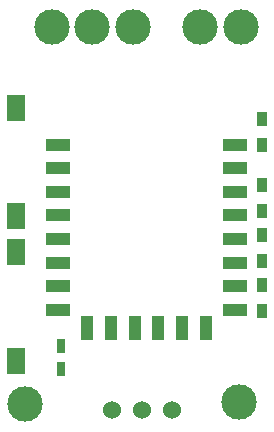
<source format=gts>
G04 #@! TF.FileFunction,Soldermask,Top*
%FSLAX46Y46*%
G04 Gerber Fmt 4.6, Leading zero omitted, Abs format (unit mm)*
G04 Created by KiCad (PCBNEW 4.0.4-stable) date 11/08/16 21:01:40*
%MOMM*%
%LPD*%
G01*
G04 APERTURE LIST*
%ADD10C,0.100000*%
%ADD11R,2.000000X1.000000*%
%ADD12R,1.000000X2.000000*%
%ADD13R,0.750000X1.200000*%
%ADD14R,0.900000X1.200000*%
%ADD15R,1.600000X2.180000*%
%ADD16C,1.524000*%
%ADD17C,2.999740*%
G04 APERTURE END LIST*
D10*
D11*
X136136000Y-91950000D03*
X136136000Y-93950000D03*
X136136000Y-95950000D03*
X136136000Y-97950000D03*
X136136000Y-99950000D03*
X136136000Y-101950000D03*
X136136000Y-103950000D03*
X136136000Y-105950000D03*
D12*
X138636000Y-107450000D03*
X140636000Y-107450000D03*
X142636000Y-107450000D03*
X144636000Y-107450000D03*
X146636000Y-107450000D03*
X148636000Y-107450000D03*
D11*
X151136000Y-105950000D03*
X151136000Y-103950000D03*
X151136000Y-101950000D03*
X151136000Y-99950000D03*
X151136000Y-97950000D03*
X151136000Y-95950000D03*
X151136000Y-93950000D03*
X151136000Y-91950000D03*
D13*
X136398000Y-109032000D03*
X136398000Y-110932000D03*
D14*
X153416000Y-89832000D03*
X153416000Y-92032000D03*
X153416000Y-95420000D03*
X153416000Y-97620000D03*
X153416000Y-99611000D03*
X153416000Y-101811000D03*
D15*
X132588000Y-98044000D03*
X132592640Y-88839140D03*
D14*
X153416000Y-106086000D03*
X153416000Y-103886000D03*
D15*
X132588000Y-110296860D03*
X132592640Y-101092000D03*
D16*
X145756000Y-114427000D03*
X143256000Y-114427000D03*
X140716000Y-114427000D03*
D17*
X151638000Y-82042000D03*
X133350000Y-113919000D03*
X151511000Y-113792000D03*
X148209000Y-82042000D03*
X135636000Y-82042000D03*
X142494000Y-82042000D03*
X139065000Y-82042000D03*
M02*

</source>
